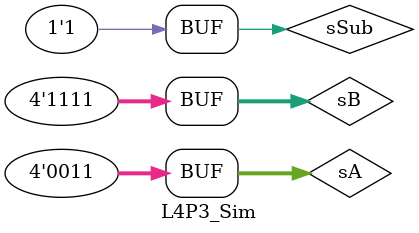
<source format=sv>
`timescale 1ns / 1ps


module L4P3_Sim(
    );
    
    logic [3:0] sA, sB;
    logic [4:0] sS;
    logic sSub;
    
    L4P3_RCA5out UUT (.A(sA), .B(sB), .Sub(sSub), .S(sS));
    
    initial begin
    sA = 4'b0001;
    sB = 4'b0000;
    sSub = 0;
    #10;
    
    sA = 4'b0001;
    sB = 4'b0001;
    sSub = 0;
    #10;
    
    sA = 4'b0011;
    sB = 4'b0001;
    sSub = 0;
    #10;
    
    sA = 4'b1111;
    sB = 4'b1111;
    sSub = 0;
    #10;
    
    sA = 4'b0001;
    sB = 4'b0000;
    sSub = 1;
    #10;
    
    sA = 4'b0001;
    sB = 4'b0001;
    sSub = 1;
    #10;
    
    sA = 4'b0011;
    sB = 4'b0001;
    sSub = 1;
    #10;
    
    sA = 4'b0011;
    sB = 4'b1111;
    sSub = 1;
    #10;
    end
endmodule

</source>
